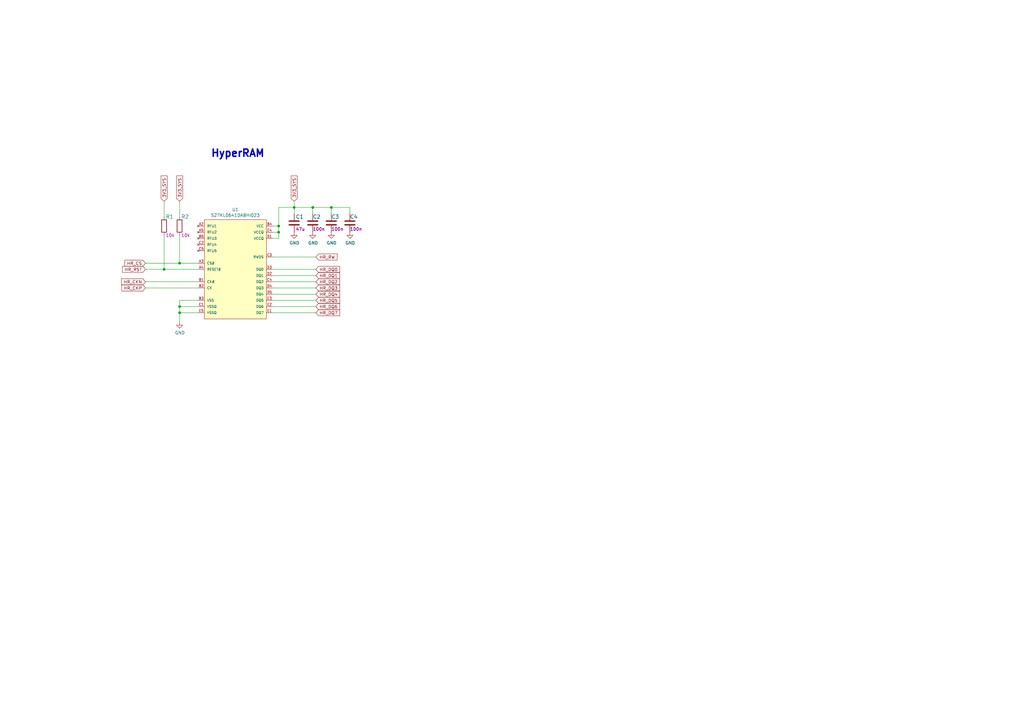
<source format=kicad_sch>
(kicad_sch (version 20230121) (generator eeschema)

  (uuid c4573499-a9c2-4a01-b9fd-26d0191b5bcc)

  (paper "A3")

  (title_block
    (title "LPDDR4 Test Board")
    (date "2022-07-20")
    (rev "1.1.3")
  )

  (lib_symbols
    (symbol "lpddr4-test-board:C_100n_0402_6V3" (pin_names (offset 0)) (in_bom yes) (on_board yes)
      (property "Reference" "C" (at -1.397 3.429 0)
        (effects (font (size 1.524 1.524)) (justify left))
      )
      (property "Value" "C_100n_0402_6V3" (at 0 -3.81 0)
        (effects (font (size 1.524 1.524)) hide)
      )
      (property "Footprint" "lpddr4-test-board-footprints:0402-cap" (at 5.08 5.08 0)
        (effects (font (size 1.524 1.524)) (justify left) hide)
      )
      (property "Datasheet" "" (at 0 0 0)
        (effects (font (size 1.27 1.27)) hide)
      )
      (property "Manufacturer" "Walsin" (at 5.08 10.16 0)
        (effects (font (size 1.524 1.524)) (justify left) hide)
      )
      (property "MPN" "0402X104K6R3CT" (at 5.08 7.62 0)
        (effects (font (size 1.524 1.524)) (justify left) hide)
      )
      (property "Val" "100n" (at 0 -2.54 0)
        (effects (font (size 1.27 1.27)))
      )
      (symbol "C_100n_0402_6V3_1_1"
        (polyline
          (pts
            (xy -2.032 -0.762)
            (xy 2.032 -0.762)
          )
          (stroke (width 0.508) (type default))
          (fill (type none))
        )
        (polyline
          (pts
            (xy -2.032 0.762)
            (xy 2.032 0.762)
          )
          (stroke (width 0.508) (type default))
          (fill (type none))
        )
        (pin passive line (at 0 3.81 270) (length 2.794)
          (name "~" (effects (font (size 0 0))))
          (number "1" (effects (font (size 0 0))))
        )
        (pin passive line (at 0 -3.81 90) (length 2.794)
          (name "~" (effects (font (size 0 0))))
          (number "2" (effects (font (size 0 0))))
        )
      )
    )
    (symbol "lpddr4-test-board:C_47u_0603" (pin_names (offset 0)) (in_bom yes) (on_board yes)
      (property "Reference" "C" (at -1.397 3.429 0)
        (effects (font (size 1.524 1.524)) (justify left))
      )
      (property "Value" "C_47u_0603" (at 0 -3.81 0)
        (effects (font (size 1.524 1.524)) hide)
      )
      (property "Footprint" "lpddr4-test-board-footprints:0603-cap" (at 5.08 5.08 0)
        (effects (font (size 1.524 1.524)) (justify left) hide)
      )
      (property "Datasheet" "" (at 0 0 0)
        (effects (font (size 1.27 1.27)) hide)
      )
      (property "Manufacturer" "MURATA" (at 5.08 10.16 0)
        (effects (font (size 1.524 1.524)) (justify left) hide)
      )
      (property "MPN" "GRM188R60J476ME15D" (at 5.08 7.62 0)
        (effects (font (size 1.524 1.524)) (justify left) hide)
      )
      (property "Val" "47u" (at 0 -2.54 0)
        (effects (font (size 1.27 1.27)))
      )
      (symbol "C_47u_0603_1_1"
        (polyline
          (pts
            (xy -2.032 -0.762)
            (xy 2.032 -0.762)
          )
          (stroke (width 0.508) (type default))
          (fill (type none))
        )
        (polyline
          (pts
            (xy -2.032 0.762)
            (xy 2.032 0.762)
          )
          (stroke (width 0.508) (type default))
          (fill (type none))
        )
        (pin passive line (at 0 3.81 270) (length 2.794)
          (name "~" (effects (font (size 0 0))))
          (number "1" (effects (font (size 0 0))))
        )
        (pin passive line (at 0 -3.81 90) (length 2.794)
          (name "~" (effects (font (size 0 0))))
          (number "2" (effects (font (size 0 0))))
        )
      )
    )
    (symbol "lpddr4-test-board:GND" (power) (pin_names (offset 0)) (in_bom yes) (on_board yes)
      (property "Reference" "#PWR" (at 0 -6.35 0)
        (effects (font (size 1.27 1.27)) hide)
      )
      (property "Value" "GND" (at 0 -3.81 0)
        (effects (font (size 1.27 1.27)))
      )
      (property "Footprint" "lpddr4-test-board-footprints:" (at 0 0 0)
        (effects (font (size 1.27 1.27)) hide)
      )
      (property "Datasheet" "" (at 0 0 0)
        (effects (font (size 1.27 1.27)) hide)
      )
      (symbol "GND_0_1"
        (polyline
          (pts
            (xy 0 0)
            (xy 0 -1.27)
            (xy 1.27 -1.27)
            (xy 0 -2.54)
            (xy -1.27 -1.27)
            (xy 0 -1.27)
          )
          (stroke (width 0) (type default))
          (fill (type none))
        )
      )
      (symbol "GND_1_1"
        (pin power_in line (at 0 0 270) (length 0) hide
          (name "GND" (effects (font (size 1.27 1.27))))
          (number "1" (effects (font (size 1.27 1.27))))
        )
      )
    )
    (symbol "lpddr4-test-board:R_10k_0402" (pin_names (offset 0)) (in_bom yes) (on_board yes)
      (property "Reference" "R" (at -1.397 3.429 0)
        (effects (font (size 1.524 1.524)) (justify left))
      )
      (property "Value" "R_10k_0402" (at 0 -3.81 0)
        (effects (font (size 1.524 1.524)) hide)
      )
      (property "Footprint" "lpddr4-test-board-footprints:0402-res" (at 5.08 5.08 0)
        (effects (font (size 1.524 1.524)) (justify left) hide)
      )
      (property "Datasheet" "" (at 0 0 0)
        (effects (font (size 1.27 1.27)) hide)
      )
      (property "Manufacturer" "VISHAY" (at 5.08 10.16 0)
        (effects (font (size 1.524 1.524)) (justify left) hide)
      )
      (property "MPN" "CRCW040210K0FKEDHP" (at 5.08 7.62 0)
        (effects (font (size 1.524 1.524)) (justify left) hide)
      )
      (property "Val" "10k" (at 0 -2.54 0)
        (effects (font (size 1.27 1.27)))
      )
      (symbol "R_10k_0402_1_1"
        (rectangle (start 2.54 -1.016) (end -2.54 1.016)
          (stroke (width 0.254) (type default))
          (fill (type none))
        )
        (pin passive line (at -3.81 0 0) (length 1.27)
          (name "~" (effects (font (size 0 0))))
          (number "1" (effects (font (size 0 0))))
        )
        (pin passive line (at 3.81 0 180) (length 1.27)
          (name "~" (effects (font (size 0 0))))
          (number "2" (effects (font (size 0 0))))
        )
      )
    )
    (symbol "lpddr4-test-board:S27KL0641DABHI023" (pin_names (offset 1.016)) (in_bom yes) (on_board yes)
      (property "Reference" "U" (at -11.43 -22.86 0)
        (effects (font (size 1.27 1.27)) (justify left bottom))
      )
      (property "Value" "S27KL0641DABHI023" (at -11.43 -25.4 0)
        (effects (font (size 1.27 1.27)) (justify left bottom))
      )
      (property "Footprint" "lpddr4-test-board-footprints:FBGA-24" (at -11.43 -27.94 0)
        (effects (font (size 1.27 1.27)) (justify left bottom) hide)
      )
      (property "Datasheet" "" (at 0 0 0)
        (effects (font (size 1.27 1.27)) (justify left bottom) hide)
      )
      (property "Manufacturer" "CYPRESS SEMICONDUCTOR" (at 1.27 -31.75 0)
        (effects (font (size 1.27 1.27)) hide)
      )
      (property "MPN" "S27KL0641DABHI023" (at -1.27 -29.21 0)
        (effects (font (size 1.27 1.27)) hide)
      )
      (symbol "S27KL0641DABHI023_0_0"
        (pin power_in line (at -15.24 -12.7 0) (length 2.54)
          (name "VSS" (effects (font (size 1.016 1.016))))
          (number "B3" (effects (font (size 1.016 1.016))))
        )
        (pin power_in line (at 15.24 17.78 180) (length 2.54)
          (name "VCC" (effects (font (size 1.016 1.016))))
          (number "B4" (effects (font (size 1.016 1.016))))
        )
        (pin no_connect line (at -15.24 12.7 0) (length 2.54)
          (name "RFU3" (effects (font (size 1.016 1.016))))
          (number "B5" (effects (font (size 1.016 1.016))))
        )
        (pin power_in line (at -15.24 -15.24 0) (length 2.54)
          (name "VSSQ" (effects (font (size 1.016 1.016))))
          (number "C1" (effects (font (size 1.016 1.016))))
        )
        (pin no_connect line (at -15.24 10.16 0) (length 2.54)
          (name "RFU4" (effects (font (size 1.016 1.016))))
          (number "C2" (effects (font (size 1.016 1.016))))
        )
        (pin bidirectional line (at 15.24 5.08 180) (length 2.54)
          (name "RWDS" (effects (font (size 1.016 1.016))))
          (number "C3" (effects (font (size 1.016 1.016))))
        )
        (pin bidirectional line (at 15.24 -5.08 180) (length 2.54)
          (name "DQ2" (effects (font (size 1.016 1.016))))
          (number "C4" (effects (font (size 1.016 1.016))))
        )
        (pin no_connect line (at -15.24 7.62 0) (length 2.54)
          (name "RFU5" (effects (font (size 1.016 1.016))))
          (number "C5" (effects (font (size 1.016 1.016))))
        )
        (pin power_in line (at 15.24 12.7 180) (length 2.54)
          (name "VCCQ" (effects (font (size 1.016 1.016))))
          (number "D1" (effects (font (size 1.016 1.016))))
        )
        (pin bidirectional line (at 15.24 -2.54 180) (length 2.54)
          (name "DQ1" (effects (font (size 1.016 1.016))))
          (number "D2" (effects (font (size 1.016 1.016))))
        )
        (pin bidirectional line (at 15.24 0 180) (length 2.54)
          (name "DQ0" (effects (font (size 1.016 1.016))))
          (number "D3" (effects (font (size 1.016 1.016))))
        )
        (pin bidirectional line (at 15.24 -7.62 180) (length 2.54)
          (name "DQ3" (effects (font (size 1.016 1.016))))
          (number "D4" (effects (font (size 1.016 1.016))))
        )
        (pin bidirectional line (at 15.24 -10.16 180) (length 2.54)
          (name "DQ4" (effects (font (size 1.016 1.016))))
          (number "D5" (effects (font (size 1.016 1.016))))
        )
        (pin bidirectional line (at 15.24 -17.78 180) (length 2.54)
          (name "DQ7" (effects (font (size 1.016 1.016))))
          (number "E1" (effects (font (size 1.016 1.016))))
        )
        (pin bidirectional line (at 15.24 -15.24 180) (length 2.54)
          (name "DQ6" (effects (font (size 1.016 1.016))))
          (number "E2" (effects (font (size 1.016 1.016))))
        )
        (pin bidirectional line (at 15.24 -12.7 180) (length 2.54)
          (name "DQ5" (effects (font (size 1.016 1.016))))
          (number "E3" (effects (font (size 1.016 1.016))))
        )
        (pin power_in line (at 15.24 15.24 180) (length 2.54)
          (name "VCCQ" (effects (font (size 1.016 1.016))))
          (number "E4" (effects (font (size 1.016 1.016))))
        )
        (pin power_in line (at -15.24 -17.78 0) (length 2.54)
          (name "VSSQ" (effects (font (size 1.016 1.016))))
          (number "E5" (effects (font (size 1.016 1.016))))
        )
      )
      (symbol "S27KL0641DABHI023_0_1"
        (rectangle (start -12.7 20.32) (end 12.7 -20.32)
          (stroke (width 0) (type default))
          (fill (type background))
        )
        (rectangle (start -7.62 16.51) (end -7.62 16.51)
          (stroke (width 0) (type default))
          (fill (type none))
        )
        (rectangle (start -3.81 -20.32) (end -3.81 -20.32)
          (stroke (width 0) (type default))
          (fill (type none))
        )
      )
      (symbol "S27KL0641DABHI023_1_1"
        (pin no_connect line (at -15.24 17.78 0) (length 2.54)
          (name "RFU1" (effects (font (size 1.016 1.016))))
          (number "A2" (effects (font (size 1.016 1.016))))
        )
        (pin input line (at -15.24 2.54 0) (length 2.54)
          (name "CS#" (effects (font (size 1.016 1.016))))
          (number "A3" (effects (font (size 1.016 1.016))))
        )
        (pin input line (at -15.24 0 0) (length 2.54)
          (name "RESET#" (effects (font (size 1.016 1.016))))
          (number "A4" (effects (font (size 1.016 1.016))))
        )
        (pin no_connect line (at -15.24 15.24 0) (length 2.54)
          (name "RFU2" (effects (font (size 1.016 1.016))))
          (number "A5" (effects (font (size 1.016 1.016))))
        )
        (pin input line (at -15.24 -5.08 0) (length 2.54)
          (name "CK#" (effects (font (size 1.016 1.016))))
          (number "B1" (effects (font (size 1.016 1.016))))
        )
        (pin input line (at -15.24 -7.62 0) (length 2.54)
          (name "CK" (effects (font (size 1.016 1.016))))
          (number "B2" (effects (font (size 1.016 1.016))))
        )
      )
    )
  )

  (junction (at 67.31 110.49) (diameter 0) (color 0 0 0 0)
    (uuid 175526b6-b933-4e42-beee-41067d7fb7b5)
  )
  (junction (at 73.66 107.95) (diameter 0) (color 0 0 0 0)
    (uuid 2ef9d8db-94cf-4eb0-8f8d-54a77e926888)
  )
  (junction (at 128.27 85.09) (diameter 0) (color 0 0 0 0)
    (uuid 4072aeed-0e41-4185-b96a-7f09e9bb0ec0)
  )
  (junction (at 135.89 85.09) (diameter 0) (color 0 0 0 0)
    (uuid 65ebea32-1ce7-4701-8dfb-c513a19c9971)
  )
  (junction (at 73.66 128.27) (diameter 0) (color 0 0 0 0)
    (uuid 7dcf989b-c55b-4a67-8adc-4313f49f122e)
  )
  (junction (at 114.3 95.25) (diameter 0) (color 0 0 0 0)
    (uuid 88f35a1a-c4ac-4946-b780-e0730a1697a3)
  )
  (junction (at 73.66 125.73) (diameter 0) (color 0 0 0 0)
    (uuid b6de1a6b-5fda-45be-92a6-a54f2b567a9e)
  )
  (junction (at 114.3 92.71) (diameter 0) (color 0 0 0 0)
    (uuid b842953c-4734-4a51-bd34-5b493655aabd)
  )
  (junction (at 120.65 85.09) (diameter 0) (color 0 0 0 0)
    (uuid d02e76d1-82b1-4b6a-9610-c4127d17cb84)
  )

  (wire (pts (xy 81.28 115.57) (xy 59.69 115.57))
    (stroke (width 0) (type default))
    (uuid 00ca45af-de9c-4616-b701-e13e0602be37)
  )
  (wire (pts (xy 111.76 97.79) (xy 114.3 97.79))
    (stroke (width 0) (type default))
    (uuid 056b9fc4-ece3-46b5-b790-8b23661ca32b)
  )
  (wire (pts (xy 73.66 107.95) (xy 73.66 96.52))
    (stroke (width 0) (type default))
    (uuid 06418077-32c3-4027-aed3-501ce730c5a2)
  )
  (wire (pts (xy 114.3 85.09) (xy 120.65 85.09))
    (stroke (width 0) (type default))
    (uuid 0734fc1b-308f-46cd-81b3-cf5fbf5c520b)
  )
  (wire (pts (xy 81.28 110.49) (xy 67.31 110.49))
    (stroke (width 0) (type default))
    (uuid 091fbd8d-57b6-4249-8d72-9736f598e480)
  )
  (wire (pts (xy 120.65 85.09) (xy 120.65 82.55))
    (stroke (width 0) (type default))
    (uuid 0b380050-8463-4d54-ae54-d4ca2e823362)
  )
  (wire (pts (xy 128.27 87.63) (xy 128.27 85.09))
    (stroke (width 0) (type default))
    (uuid 0db60737-b76c-4da8-a842-9ce4c0cf7f9c)
  )
  (wire (pts (xy 67.31 88.9) (xy 67.31 82.55))
    (stroke (width 0) (type default))
    (uuid 10efa4f1-216c-4067-a05b-bc1ca9aef9b4)
  )
  (wire (pts (xy 81.28 123.19) (xy 73.66 123.19))
    (stroke (width 0) (type default))
    (uuid 14a2e9d1-81c3-4227-833f-ba9c0c4d38c4)
  )
  (wire (pts (xy 81.28 125.73) (xy 73.66 125.73))
    (stroke (width 0) (type default))
    (uuid 20326728-667d-490f-902a-2d0f954b0e1c)
  )
  (wire (pts (xy 135.89 85.09) (xy 143.51 85.09))
    (stroke (width 0) (type default))
    (uuid 2896a976-c011-43b2-836d-350c1289c1d6)
  )
  (wire (pts (xy 128.27 85.09) (xy 135.89 85.09))
    (stroke (width 0) (type default))
    (uuid 295fe258-10db-440e-a35f-ab5fea4cfdf5)
  )
  (wire (pts (xy 129.54 105.41) (xy 111.76 105.41))
    (stroke (width 0) (type default))
    (uuid 2bc78a89-e41e-4521-bd46-d33aa985c84c)
  )
  (wire (pts (xy 143.51 85.09) (xy 143.51 87.63))
    (stroke (width 0) (type default))
    (uuid 2d34f77e-3fc2-49b5-9f7c-71f7eb6b8be9)
  )
  (wire (pts (xy 111.76 128.27) (xy 129.54 128.27))
    (stroke (width 0) (type default))
    (uuid 2e405c5c-b345-4e47-9d56-7789fb48bc02)
  )
  (wire (pts (xy 73.66 88.9) (xy 73.66 82.55))
    (stroke (width 0) (type default))
    (uuid 2e795a04-01d7-4f3b-a9c9-ccc5525fa9b9)
  )
  (wire (pts (xy 135.89 85.09) (xy 135.89 87.63))
    (stroke (width 0) (type default))
    (uuid 33dd150c-2543-4e00-925c-362d79e40647)
  )
  (wire (pts (xy 111.76 95.25) (xy 114.3 95.25))
    (stroke (width 0) (type default))
    (uuid 3eb996ee-c8a7-4668-872f-78eda647df88)
  )
  (wire (pts (xy 129.54 110.49) (xy 111.76 110.49))
    (stroke (width 0) (type default))
    (uuid 40b646b1-a233-4d05-a387-8aeeebb30461)
  )
  (wire (pts (xy 73.66 128.27) (xy 73.66 132.08))
    (stroke (width 0) (type default))
    (uuid 42844633-36c0-4e61-aaef-56313a2a01ed)
  )
  (wire (pts (xy 120.65 85.09) (xy 128.27 85.09))
    (stroke (width 0) (type default))
    (uuid 48945976-4a98-4ab2-8272-7a7e97bfa42b)
  )
  (wire (pts (xy 67.31 110.49) (xy 67.31 96.52))
    (stroke (width 0) (type default))
    (uuid 4c7454e2-3ee3-411f-94aa-df2cba4a1e0b)
  )
  (wire (pts (xy 114.3 92.71) (xy 114.3 85.09))
    (stroke (width 0) (type default))
    (uuid 557fa90b-219d-46d9-979f-45d698c657b7)
  )
  (wire (pts (xy 81.28 128.27) (xy 73.66 128.27))
    (stroke (width 0) (type default))
    (uuid 6dd3585a-4666-4e6b-bb27-d296aaa60975)
  )
  (wire (pts (xy 120.65 87.63) (xy 120.65 85.09))
    (stroke (width 0) (type default))
    (uuid 966ee996-12c1-47a3-adca-b519abc9852c)
  )
  (wire (pts (xy 129.54 120.65) (xy 111.76 120.65))
    (stroke (width 0) (type default))
    (uuid 9912ed42-bca8-4f42-b7c1-0d011021be1a)
  )
  (wire (pts (xy 73.66 123.19) (xy 73.66 125.73))
    (stroke (width 0) (type default))
    (uuid bee206d4-c31b-4644-87fe-f2bfad6a386f)
  )
  (wire (pts (xy 73.66 107.95) (xy 59.69 107.95))
    (stroke (width 0) (type default))
    (uuid ca9a7042-4503-4e55-918f-927470e99edc)
  )
  (wire (pts (xy 114.3 97.79) (xy 114.3 95.25))
    (stroke (width 0) (type default))
    (uuid cb4c4da6-a172-40c4-84ee-1edf786f4200)
  )
  (wire (pts (xy 114.3 95.25) (xy 114.3 92.71))
    (stroke (width 0) (type default))
    (uuid d15ac487-a8ea-4f39-ad4d-182b48c528b5)
  )
  (wire (pts (xy 129.54 115.57) (xy 111.76 115.57))
    (stroke (width 0) (type default))
    (uuid d2834023-5bd8-4387-b509-ed33ad31b998)
  )
  (wire (pts (xy 111.76 123.19) (xy 129.54 123.19))
    (stroke (width 0) (type default))
    (uuid e6e54814-c89d-48c5-a8ac-464ad4e9c2c6)
  )
  (wire (pts (xy 73.66 125.73) (xy 73.66 128.27))
    (stroke (width 0) (type default))
    (uuid eafc880d-627e-424f-8553-e2ec6b1645a9)
  )
  (wire (pts (xy 81.28 118.11) (xy 59.69 118.11))
    (stroke (width 0) (type default))
    (uuid f0a4f1d3-c83b-439d-82cb-7526cc9b2fee)
  )
  (wire (pts (xy 129.54 125.73) (xy 111.76 125.73))
    (stroke (width 0) (type default))
    (uuid f0d3cb8e-84f7-48d2-a223-70cf5631a82d)
  )
  (wire (pts (xy 111.76 92.71) (xy 114.3 92.71))
    (stroke (width 0) (type default))
    (uuid f4623ec4-5cb2-45ab-b605-08a8d864346f)
  )
  (wire (pts (xy 111.76 118.11) (xy 129.54 118.11))
    (stroke (width 0) (type default))
    (uuid f5ff21e9-9d80-47a4-89d8-eea144e23a75)
  )
  (wire (pts (xy 81.28 107.95) (xy 73.66 107.95))
    (stroke (width 0) (type default))
    (uuid f6819e86-4e60-46af-ae0d-192f732af916)
  )
  (wire (pts (xy 111.76 113.03) (xy 129.54 113.03))
    (stroke (width 0) (type default))
    (uuid f7ffa630-0f7e-4658-bc08-9718b6ce00a6)
  )
  (wire (pts (xy 67.31 110.49) (xy 59.69 110.49))
    (stroke (width 0) (type default))
    (uuid f9ae31e7-7938-41e1-b362-2ac3649e4d08)
  )

  (text "HyperRAM" (at 86.36 64.77 0)
    (effects (font (size 2.9972 2.9972) (thickness 0.5994) bold) (justify left bottom))
    (uuid c8ef05b0-7f60-4b91-8115-db5f5d17ef91)
  )

  (global_label "HR_CKP" (shape input) (at 59.69 118.11 180) (fields_autoplaced)
    (effects (font (size 1.27 1.27)) (justify right))
    (uuid 0fd7661b-eaea-427c-b99c-40ff655b942f)
    (property "Intersheetrefs" "${INTERSHEET_REFS}" (at 49.9809 118.11 0)
      (effects (font (size 1.27 1.27)) (justify right) hide)
    )
  )
  (global_label "HR_DQ1" (shape input) (at 129.54 113.03 0) (fields_autoplaced)
    (effects (font (size 1.27 1.27)) (justify left))
    (uuid 2cdcae5e-3135-48cd-a255-8ac7a454ba2e)
    (property "Intersheetrefs" "${INTERSHEET_REFS}" (at 139.2491 113.03 0)
      (effects (font (size 1.27 1.27)) (justify left) hide)
    )
  )
  (global_label "3V3_SYS" (shape input) (at 120.65 82.55 90) (fields_autoplaced)
    (effects (font (size 1.27 1.27)) (justify left))
    (uuid 4aa0eed1-aede-4d21-b2aa-506fe4862913)
    (property "Intersheetrefs" "${INTERSHEET_REFS}" (at 120.65 72.2362 90)
      (effects (font (size 1.27 1.27)) (justify left) hide)
    )
  )
  (global_label "HR_DQ4" (shape input) (at 129.54 120.65 0) (fields_autoplaced)
    (effects (font (size 1.27 1.27)) (justify left))
    (uuid 52d458d0-784b-437e-bab4-5028ac107e19)
    (property "Intersheetrefs" "${INTERSHEET_REFS}" (at 139.2491 120.65 0)
      (effects (font (size 1.27 1.27)) (justify left) hide)
    )
  )
  (global_label "HR_DQ7" (shape input) (at 129.54 128.27 0) (fields_autoplaced)
    (effects (font (size 1.27 1.27)) (justify left))
    (uuid 52f3dfcd-0d13-42b8-b45a-c63d933cf9a6)
    (property "Intersheetrefs" "${INTERSHEET_REFS}" (at 139.2491 128.27 0)
      (effects (font (size 1.27 1.27)) (justify left) hide)
    )
  )
  (global_label "HR_DQ0" (shape input) (at 129.54 110.49 0) (fields_autoplaced)
    (effects (font (size 1.27 1.27)) (justify left))
    (uuid 533329ea-423b-4df8-ab9b-07db8c566207)
    (property "Intersheetrefs" "${INTERSHEET_REFS}" (at 139.2491 110.49 0)
      (effects (font (size 1.27 1.27)) (justify left) hide)
    )
  )
  (global_label "HR_CS" (shape input) (at 59.69 107.95 180) (fields_autoplaced)
    (effects (font (size 1.27 1.27)) (justify right))
    (uuid 58634138-06e9-40d7-8fe3-f9255ccf893f)
    (property "Intersheetrefs" "${INTERSHEET_REFS}" (at 51.3114 107.95 0)
      (effects (font (size 1.27 1.27)) (justify right) hide)
    )
  )
  (global_label "HR_DQ3" (shape input) (at 129.54 118.11 0) (fields_autoplaced)
    (effects (font (size 1.27 1.27)) (justify left))
    (uuid 65f2c68d-8d22-4fda-bd0e-c5a051348662)
    (property "Intersheetrefs" "${INTERSHEET_REFS}" (at 139.2491 118.11 0)
      (effects (font (size 1.27 1.27)) (justify left) hide)
    )
  )
  (global_label "HR_RST" (shape input) (at 59.69 110.49 180) (fields_autoplaced)
    (effects (font (size 1.27 1.27)) (justify right))
    (uuid 8c2c4974-005a-463e-88c9-c187274843dc)
    (property "Intersheetrefs" "${INTERSHEET_REFS}" (at 50.3438 110.49 0)
      (effects (font (size 1.27 1.27)) (justify right) hide)
    )
  )
  (global_label "3V3_SYS" (shape input) (at 73.66 82.55 90) (fields_autoplaced)
    (effects (font (size 1.27 1.27)) (justify left))
    (uuid 9ce9a7ad-ac9d-4415-8bae-8db35e64b0f6)
    (property "Intersheetrefs" "${INTERSHEET_REFS}" (at 73.66 72.2362 90)
      (effects (font (size 1.27 1.27)) (justify left) hide)
    )
  )
  (global_label "HR_DQ6" (shape input) (at 129.54 125.73 0) (fields_autoplaced)
    (effects (font (size 1.27 1.27)) (justify left))
    (uuid 9ddfc8c3-a5d1-4f65-ac02-ec2c92b81e27)
    (property "Intersheetrefs" "${INTERSHEET_REFS}" (at 139.2491 125.73 0)
      (effects (font (size 1.27 1.27)) (justify left) hide)
    )
  )
  (global_label "HR_RW" (shape input) (at 129.54 105.41 0) (fields_autoplaced)
    (effects (font (size 1.27 1.27)) (justify left))
    (uuid b4edc528-046d-4ad4-a706-b7c7909b7413)
    (property "Intersheetrefs" "${INTERSHEET_REFS}" (at 138.1605 105.41 0)
      (effects (font (size 1.27 1.27)) (justify left) hide)
    )
  )
  (global_label "3V3_SYS" (shape input) (at 67.31 82.55 90) (fields_autoplaced)
    (effects (font (size 1.27 1.27)) (justify left))
    (uuid c06975ef-b734-4090-a722-d8010ab8b0c8)
    (property "Intersheetrefs" "${INTERSHEET_REFS}" (at 67.31 72.2362 90)
      (effects (font (size 1.27 1.27)) (justify left) hide)
    )
  )
  (global_label "HR_DQ5" (shape input) (at 129.54 123.19 0) (fields_autoplaced)
    (effects (font (size 1.27 1.27)) (justify left))
    (uuid c960f396-44ad-4290-bd75-52b0ed01e069)
    (property "Intersheetrefs" "${INTERSHEET_REFS}" (at 139.2491 123.19 0)
      (effects (font (size 1.27 1.27)) (justify left) hide)
    )
  )
  (global_label "HR_CKN" (shape input) (at 59.69 115.57 180) (fields_autoplaced)
    (effects (font (size 1.27 1.27)) (justify right))
    (uuid dc9c573c-125a-41ed-a1a3-329b2fc76fe9)
    (property "Intersheetrefs" "${INTERSHEET_REFS}" (at 49.9204 115.57 0)
      (effects (font (size 1.27 1.27)) (justify right) hide)
    )
  )
  (global_label "HR_DQ2" (shape input) (at 129.54 115.57 0) (fields_autoplaced)
    (effects (font (size 1.27 1.27)) (justify left))
    (uuid febe51aa-3150-445b-890e-72ae1ad23190)
    (property "Intersheetrefs" "${INTERSHEET_REFS}" (at 139.2491 115.57 0)
      (effects (font (size 1.27 1.27)) (justify left) hide)
    )
  )

  (symbol (lib_id "lpddr4-test-board:S27KL0641DABHI023") (at 96.52 110.49 0) (unit 1)
    (in_bom yes) (on_board yes) (dnp no)
    (uuid 00000000-0000-0000-0000-000060063bbd)
    (property "Reference" "U1" (at 96.52 85.979 0)
      (effects (font (size 1.27 1.27)))
    )
    (property "Value" "S27KL0641DABHI023" (at 96.52 88.2904 0)
      (effects (font (size 1.27 1.27)))
    )
    (property "Footprint" "lpddr4-test-board-footprints:FBGA-24" (at 85.09 138.43 0)
      (effects (font (size 1.27 1.27)) (justify left bottom) hide)
    )
    (property "Datasheet" "" (at 96.52 110.49 0)
      (effects (font (size 1.27 1.27)) (justify left bottom) hide)
    )
    (property "Manufacturer" "CYPRESS SEMICONDUCTOR" (at 97.79 142.24 0)
      (effects (font (size 1.27 1.27)) hide)
    )
    (property "MPN" "S27KL0641DABHI023" (at 95.25 139.7 0)
      (effects (font (size 1.27 1.27)) hide)
    )
    (pin "B3" (uuid ba06ec18-25e5-48e5-890d-a4d580152157))
    (pin "B4" (uuid a8c3f20d-c554-4456-870e-0e57c5cf11fa))
    (pin "B5" (uuid faaac1fb-1ef5-4327-bc4d-a01ba1955a3e))
    (pin "C1" (uuid f32a326f-9496-4bbd-97f9-cddda67b7891))
    (pin "C2" (uuid b31b9ad1-28cc-4282-a3f5-02bf9a590988))
    (pin "C3" (uuid 3a93101a-6bdb-4dbc-b3f7-de17dc88a0e4))
    (pin "C4" (uuid 2e488dd5-e977-4c0a-ae8e-52432837cc0d))
    (pin "C5" (uuid 20b74c52-c765-4ee1-80dd-c735c57cb73b))
    (pin "D1" (uuid 8cb52cd0-f065-40c4-80cf-0e014c85de95))
    (pin "D2" (uuid 21198435-98f1-4ab7-b8b4-e9c259f21694))
    (pin "D3" (uuid 0b16d21f-ea40-4974-8127-6124eaa8848a))
    (pin "D4" (uuid 77fb5297-f90e-4fe8-97ed-fe0c9a3ddf49))
    (pin "D5" (uuid 1f2c55ba-823e-4e07-8532-70052f6fba0a))
    (pin "E1" (uuid e554d533-38a8-416f-86af-0c13ab6a48c1))
    (pin "E2" (uuid 493018e7-bb11-4de2-be68-543538699d54))
    (pin "E3" (uuid 1cdff689-da75-4505-b6c4-f046eada997f))
    (pin "E4" (uuid a2fbdfe0-7dd3-4139-8114-3ab090187919))
    (pin "E5" (uuid 0315b259-952b-4786-b96e-99a829deff9e))
    (pin "A2" (uuid 2aaaa168-3d16-4ce2-b390-1c3c0956a28a))
    (pin "A3" (uuid 88561db4-8cdf-4179-bf87-454d3ca24e8e))
    (pin "A4" (uuid 7a959ddb-7241-44b3-a1c8-c7611b68486f))
    (pin "A5" (uuid 56b29031-c9cd-4989-8086-c2a7c62940f8))
    (pin "B1" (uuid 27ea45eb-3c31-4092-9154-b24c17c14fb2))
    (pin "B2" (uuid cf395e24-4b7a-41a3-9b55-06a4bb7a0539))
    (instances
      (project "lpddr4-test-board"
        (path "/456a4543-cdfb-4d17-ae56-f3ffcf0c75dd/00000000-0000-0000-0000-00005fea2994"
          (reference "U1") (unit 1)
        )
      )
    )
  )

  (symbol (lib_id "lpddr4-test-board:C_47u_0603") (at 120.65 91.44 0) (unit 1)
    (in_bom yes) (on_board yes) (dnp no)
    (uuid 00000000-0000-0000-0000-0000600ef985)
    (property "Reference" "C1" (at 121.285 88.9 0)
      (effects (font (size 1.524 1.524)) (justify left))
    )
    (property "Value" "C_47u_0603" (at 120.65 95.25 0)
      (effects (font (size 1.524 1.524)) hide)
    )
    (property "Footprint" "lpddr4-test-board-footprints:0603-cap" (at 125.73 86.36 0)
      (effects (font (size 1.524 1.524)) (justify left) hide)
    )
    (property "Datasheet" "" (at 120.65 91.44 0)
      (effects (font (size 1.27 1.27)) hide)
    )
    (property "Manufacturer" "MURATA" (at 125.73 81.28 0)
      (effects (font (size 1.524 1.524)) (justify left) hide)
    )
    (property "MPN" "GRM188R60J476ME15D" (at 125.73 83.82 0)
      (effects (font (size 1.524 1.524)) (justify left) hide)
    )
    (property "Val" "47u" (at 121.285 93.98 0)
      (effects (font (size 1.27 1.27)) (justify left))
    )
    (pin "1" (uuid 30169f34-0408-4a24-b271-bf46d777bf46))
    (pin "2" (uuid 0a3c0be3-5c50-4d53-b32c-04ce8c0289e9))
    (instances
      (project "lpddr4-test-board"
        (path "/456a4543-cdfb-4d17-ae56-f3ffcf0c75dd/00000000-0000-0000-0000-00005fea2994"
          (reference "C1") (unit 1)
        )
      )
    )
  )

  (symbol (lib_id "lpddr4-test-board:C_100n_0402_6V3") (at 135.89 91.44 0) (unit 1)
    (in_bom yes) (on_board yes) (dnp no)
    (uuid 00000000-0000-0000-0000-0000600ff4f2)
    (property "Reference" "C3" (at 135.89 88.9 0)
      (effects (font (size 1.524 1.524)) (justify left))
    )
    (property "Value" "C_100n_0402_6V3" (at 135.89 95.25 0)
      (effects (font (size 1.524 1.524)) hide)
    )
    (property "Footprint" "lpddr4-test-board-footprints:0402-cap" (at 140.97 86.36 0)
      (effects (font (size 1.524 1.524)) (justify left) hide)
    )
    (property "Datasheet" "" (at 135.89 91.44 0)
      (effects (font (size 1.27 1.27)) hide)
    )
    (property "Manufacturer" "Walsin" (at 140.97 81.28 0)
      (effects (font (size 1.524 1.524)) (justify left) hide)
    )
    (property "MPN" "0402X104K6R3CT" (at 140.97 83.82 0)
      (effects (font (size 1.524 1.524)) (justify left) hide)
    )
    (property "Val" "100n" (at 135.89 93.98 0)
      (effects (font (size 1.27 1.27)) (justify left))
    )
    (pin "1" (uuid f7a16e33-5e67-4e12-a94e-408bd3767044))
    (pin "2" (uuid e4742e43-920a-4424-8566-5e2fed65d5f5))
    (instances
      (project "lpddr4-test-board"
        (path "/456a4543-cdfb-4d17-ae56-f3ffcf0c75dd/00000000-0000-0000-0000-00005fea2994"
          (reference "C3") (unit 1)
        )
      )
    )
  )

  (symbol (lib_id "lpddr4-test-board:GND") (at 120.65 95.25 0) (unit 1)
    (in_bom yes) (on_board yes) (dnp no)
    (uuid 00000000-0000-0000-0000-00006011a26a)
    (property "Reference" "#PWR02" (at 120.65 101.6 0)
      (effects (font (size 1.27 1.27)) hide)
    )
    (property "Value" "GND" (at 120.777 99.6442 0)
      (effects (font (size 1.27 1.27)))
    )
    (property "Footprint" "lpddr4-test-board-footprints:" (at 120.65 95.25 0)
      (effects (font (size 1.27 1.27)) hide)
    )
    (property "Datasheet" "" (at 120.65 95.25 0)
      (effects (font (size 1.27 1.27)) hide)
    )
    (pin "1" (uuid e33bcd23-a960-402d-bfea-2446765d313a))
    (instances
      (project "lpddr4-test-board"
        (path "/456a4543-cdfb-4d17-ae56-f3ffcf0c75dd/00000000-0000-0000-0000-00005fea2994"
          (reference "#PWR02") (unit 1)
        )
      )
    )
  )

  (symbol (lib_id "lpddr4-test-board:R_10k_0402") (at 67.31 92.71 270) (unit 1)
    (in_bom yes) (on_board yes) (dnp no)
    (uuid 00000000-0000-0000-0000-00006018e11b)
    (property "Reference" "R1" (at 67.945 88.9 90)
      (effects (font (size 1.524 1.524)) (justify left))
    )
    (property "Value" "R_10k_0402" (at 63.5 92.71 0)
      (effects (font (size 1.524 1.524)) hide)
    )
    (property "Footprint" "lpddr4-test-board-footprints:0402-res" (at 72.39 97.79 0)
      (effects (font (size 1.524 1.524)) (justify left) hide)
    )
    (property "Datasheet" "" (at 67.31 92.71 0)
      (effects (font (size 1.27 1.27)) hide)
    )
    (property "Manufacturer" "VISHAY" (at 77.47 97.79 0)
      (effects (font (size 1.524 1.524)) (justify left) hide)
    )
    (property "MPN" "CRCW040210K0FKEDHP" (at 74.93 97.79 0)
      (effects (font (size 1.524 1.524)) (justify left) hide)
    )
    (property "Val" "10k" (at 67.945 96.52 90)
      (effects (font (size 1.27 1.27)) (justify left))
    )
    (pin "1" (uuid 92142400-205a-4297-bc7f-4e409bdd547f))
    (pin "2" (uuid bdf8c778-9f5e-4168-8987-d85e9933bd3b))
    (instances
      (project "lpddr4-test-board"
        (path "/456a4543-cdfb-4d17-ae56-f3ffcf0c75dd/00000000-0000-0000-0000-00005fea2994"
          (reference "R1") (unit 1)
        )
      )
    )
  )

  (symbol (lib_id "lpddr4-test-board:GND") (at 128.27 95.25 0) (unit 1)
    (in_bom yes) (on_board yes) (dnp no)
    (uuid 00000000-0000-0000-0000-0000601a48c8)
    (property "Reference" "#PWR03" (at 128.27 101.6 0)
      (effects (font (size 1.27 1.27)) hide)
    )
    (property "Value" "GND" (at 128.397 99.6442 0)
      (effects (font (size 1.27 1.27)))
    )
    (property "Footprint" "lpddr4-test-board-footprints:" (at 128.27 95.25 0)
      (effects (font (size 1.27 1.27)) hide)
    )
    (property "Datasheet" "" (at 128.27 95.25 0)
      (effects (font (size 1.27 1.27)) hide)
    )
    (pin "1" (uuid 63510e8b-638e-4e1b-83f1-9e345f8ffb38))
    (instances
      (project "lpddr4-test-board"
        (path "/456a4543-cdfb-4d17-ae56-f3ffcf0c75dd/00000000-0000-0000-0000-00005fea2994"
          (reference "#PWR03") (unit 1)
        )
      )
    )
  )

  (symbol (lib_id "lpddr4-test-board:GND") (at 135.89 95.25 0) (unit 1)
    (in_bom yes) (on_board yes) (dnp no)
    (uuid 00000000-0000-0000-0000-0000601a77a5)
    (property "Reference" "#PWR04" (at 135.89 101.6 0)
      (effects (font (size 1.27 1.27)) hide)
    )
    (property "Value" "GND" (at 136.017 99.6442 0)
      (effects (font (size 1.27 1.27)))
    )
    (property "Footprint" "lpddr4-test-board-footprints:" (at 135.89 95.25 0)
      (effects (font (size 1.27 1.27)) hide)
    )
    (property "Datasheet" "" (at 135.89 95.25 0)
      (effects (font (size 1.27 1.27)) hide)
    )
    (pin "1" (uuid 89196f4a-bfbe-4283-9d9e-480fe445044f))
    (instances
      (project "lpddr4-test-board"
        (path "/456a4543-cdfb-4d17-ae56-f3ffcf0c75dd/00000000-0000-0000-0000-00005fea2994"
          (reference "#PWR04") (unit 1)
        )
      )
    )
  )

  (symbol (lib_id "lpddr4-test-board:C_100n_0402_6V3") (at 128.27 91.44 0) (unit 1)
    (in_bom yes) (on_board yes) (dnp no)
    (uuid 00000000-0000-0000-0000-0000601aa608)
    (property "Reference" "C2" (at 128.27 88.9 0)
      (effects (font (size 1.524 1.524)) (justify left))
    )
    (property "Value" "C_100n_0402_6V3" (at 128.27 95.25 0)
      (effects (font (size 1.524 1.524)) hide)
    )
    (property "Footprint" "lpddr4-test-board-footprints:0402-cap" (at 133.35 86.36 0)
      (effects (font (size 1.524 1.524)) (justify left) hide)
    )
    (property "Datasheet" "" (at 128.27 91.44 0)
      (effects (font (size 1.27 1.27)) hide)
    )
    (property "Manufacturer" "Walsin" (at 133.35 81.28 0)
      (effects (font (size 1.524 1.524)) (justify left) hide)
    )
    (property "MPN" "0402X104K6R3CT" (at 133.35 83.82 0)
      (effects (font (size 1.524 1.524)) (justify left) hide)
    )
    (property "Val" "100n" (at 128.27 93.98 0)
      (effects (font (size 1.27 1.27)) (justify left))
    )
    (pin "1" (uuid d71543ab-9dc8-4c96-b5b2-c7900eb067d4))
    (pin "2" (uuid b5eef44a-4dba-4590-ad93-d6b6105ef7ed))
    (instances
      (project "lpddr4-test-board"
        (path "/456a4543-cdfb-4d17-ae56-f3ffcf0c75dd/00000000-0000-0000-0000-00005fea2994"
          (reference "C2") (unit 1)
        )
      )
    )
  )

  (symbol (lib_id "lpddr4-test-board:R_10k_0402") (at 73.66 92.71 270) (unit 1)
    (in_bom yes) (on_board yes) (dnp no)
    (uuid 00000000-0000-0000-0000-0000601dbd22)
    (property "Reference" "R2" (at 74.295 88.9 90)
      (effects (font (size 1.524 1.524)) (justify left))
    )
    (property "Value" "R_10k_0402" (at 69.85 92.71 0)
      (effects (font (size 1.524 1.524)) hide)
    )
    (property "Footprint" "lpddr4-test-board-footprints:0402-res" (at 78.74 97.79 0)
      (effects (font (size 1.524 1.524)) (justify left) hide)
    )
    (property "Datasheet" "" (at 73.66 92.71 0)
      (effects (font (size 1.27 1.27)) hide)
    )
    (property "Manufacturer" "VISHAY" (at 83.82 97.79 0)
      (effects (font (size 1.524 1.524)) (justify left) hide)
    )
    (property "MPN" "CRCW040210K0FKEDHP" (at 81.28 97.79 0)
      (effects (font (size 1.524 1.524)) (justify left) hide)
    )
    (property "Val" "10k" (at 74.295 96.52 90)
      (effects (font (size 1.27 1.27)) (justify left))
    )
    (pin "1" (uuid 171f59df-769e-4b6c-8df7-1092ef7dafc4))
    (pin "2" (uuid afaa1c21-daf9-4d8f-8d20-ddc9e8beb73a))
    (instances
      (project "lpddr4-test-board"
        (path "/456a4543-cdfb-4d17-ae56-f3ffcf0c75dd/00000000-0000-0000-0000-00005fea2994"
          (reference "R2") (unit 1)
        )
      )
    )
  )

  (symbol (lib_id "lpddr4-test-board:GND") (at 73.66 132.08 0) (unit 1)
    (in_bom yes) (on_board yes) (dnp no)
    (uuid 00000000-0000-0000-0000-0000601e96a8)
    (property "Reference" "#PWR01" (at 73.66 138.43 0)
      (effects (font (size 1.27 1.27)) hide)
    )
    (property "Value" "GND" (at 73.787 136.4742 0)
      (effects (font (size 1.27 1.27)))
    )
    (property "Footprint" "lpddr4-test-board-footprints:" (at 73.66 132.08 0)
      (effects (font (size 1.27 1.27)) hide)
    )
    (property "Datasheet" "" (at 73.66 132.08 0)
      (effects (font (size 1.27 1.27)) hide)
    )
    (pin "1" (uuid 97801e0b-c003-40de-8ee1-9e5253f35bfb))
    (instances
      (project "lpddr4-test-board"
        (path "/456a4543-cdfb-4d17-ae56-f3ffcf0c75dd/00000000-0000-0000-0000-00005fea2994"
          (reference "#PWR01") (unit 1)
        )
      )
    )
  )

  (symbol (lib_id "lpddr4-test-board:C_100n_0402_6V3") (at 143.51 91.44 0) (unit 1)
    (in_bom yes) (on_board yes) (dnp no)
    (uuid 00000000-0000-0000-0000-0000606fd833)
    (property "Reference" "C4" (at 143.51 88.9 0)
      (effects (font (size 1.524 1.524)) (justify left))
    )
    (property "Value" "C_100n_0402_6V3" (at 143.51 95.25 0)
      (effects (font (size 1.524 1.524)) hide)
    )
    (property "Footprint" "lpddr4-test-board-footprints:0402-cap" (at 148.59 86.36 0)
      (effects (font (size 1.524 1.524)) (justify left) hide)
    )
    (property "Datasheet" "" (at 143.51 91.44 0)
      (effects (font (size 1.27 1.27)) hide)
    )
    (property "Manufacturer" "Walsin" (at 148.59 81.28 0)
      (effects (font (size 1.524 1.524)) (justify left) hide)
    )
    (property "MPN" "0402X104K6R3CT" (at 148.59 83.82 0)
      (effects (font (size 1.524 1.524)) (justify left) hide)
    )
    (property "Val" "100n" (at 143.51 93.98 0)
      (effects (font (size 1.27 1.27)) (justify left))
    )
    (pin "1" (uuid 7e4518e2-2588-457b-afc9-0a59cf4c62d5))
    (pin "2" (uuid aa61f7c2-1284-4b94-80ec-bceaca346dad))
    (instances
      (project "lpddr4-test-board"
        (path "/456a4543-cdfb-4d17-ae56-f3ffcf0c75dd/00000000-0000-0000-0000-00005fea2994"
          (reference "C4") (unit 1)
        )
      )
    )
  )

  (symbol (lib_id "lpddr4-test-board:GND") (at 143.51 95.25 0) (unit 1)
    (in_bom yes) (on_board yes) (dnp no)
    (uuid 00000000-0000-0000-0000-0000606fdf8d)
    (property "Reference" "#PWR05" (at 143.51 101.6 0)
      (effects (font (size 1.27 1.27)) hide)
    )
    (property "Value" "GND" (at 143.637 99.6442 0)
      (effects (font (size 1.27 1.27)))
    )
    (property "Footprint" "lpddr4-test-board-footprints:" (at 143.51 95.25 0)
      (effects (font (size 1.27 1.27)) hide)
    )
    (property "Datasheet" "" (at 143.51 95.25 0)
      (effects (font (size 1.27 1.27)) hide)
    )
    (pin "1" (uuid 9ef30fc7-4d46-4882-a211-84c58e0b5a4a))
    (instances
      (project "lpddr4-test-board"
        (path "/456a4543-cdfb-4d17-ae56-f3ffcf0c75dd/00000000-0000-0000-0000-00005fea2994"
          (reference "#PWR05") (unit 1)
        )
      )
    )
  )
)

</source>
